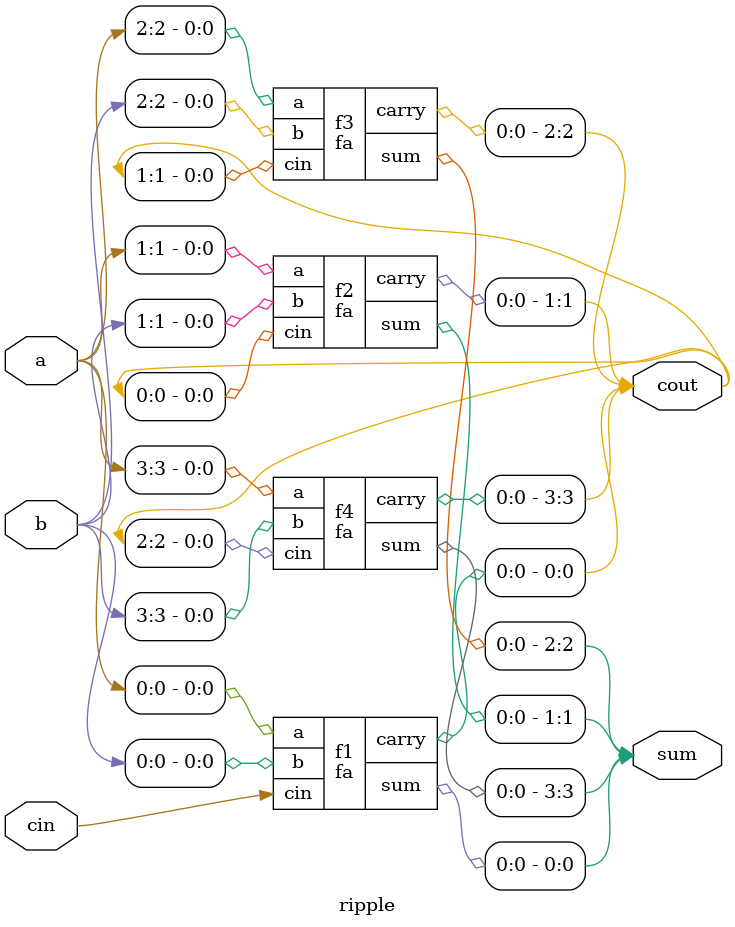
<source format=v>
module fa(input a,b,cin,output sum,carry);
  assign {carry,sum}=a+b+cin;
endmodule
module ripple(input [3:0]a,b,input cin,output [3:0]sum,cout);
  fa f1(.a(a[0]),.b(b[0]),.cin(cin),.sum(sum[0]),.carry(cout[0]));
  fa f2(.a(a[1]),.b(b[1]),.cin(cout[0]),.sum(sum[1]),.carry(cout[1]));
  fa f3(.a(a[2]),.b(b[2]),.cin(cout[1]),.sum(sum[2]),.carry(cout[2]));
  fa f4(.a(a[3]),.b(b[3]),.cin(cout[2]),.sum(sum[3]),.carry(cout[3]));
endmodule

</source>
